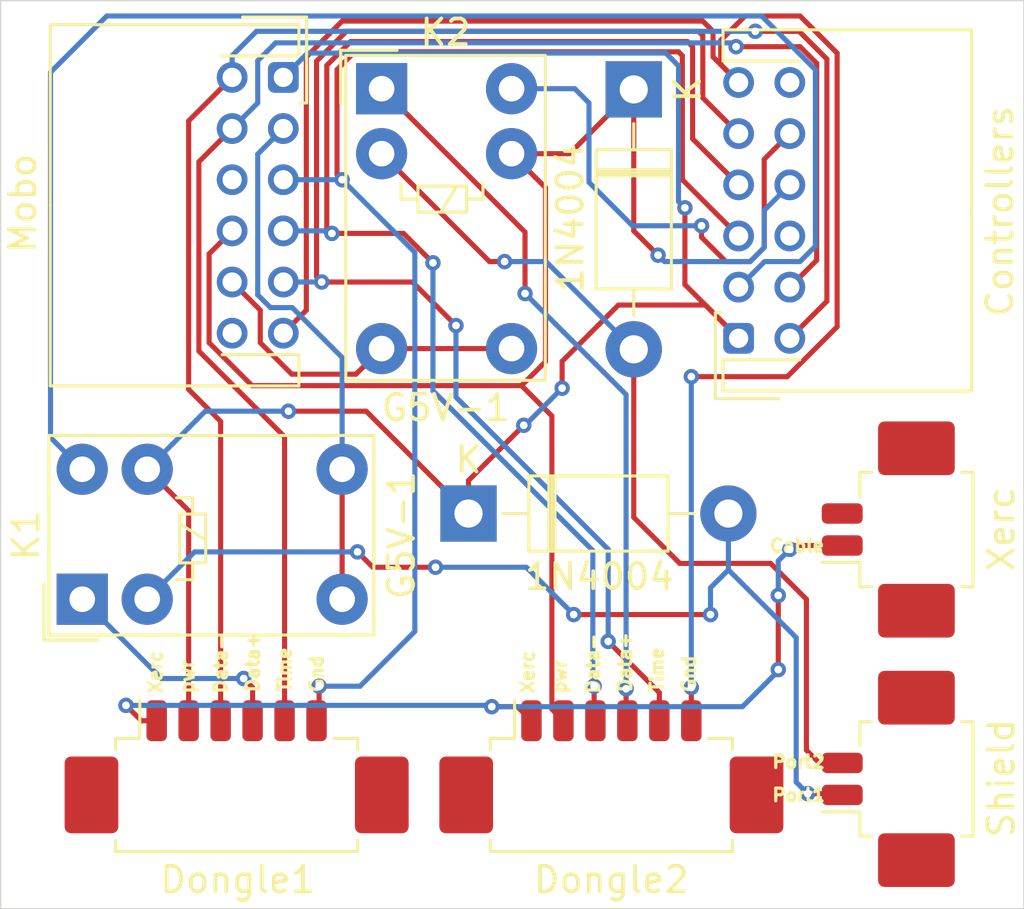
<source format=kicad_pcb>
(kicad_pcb (version 20240108) (generator "pcbnew") (generator_version "8.0")
  (layers (0 "F.Cu" signal) (31 "B.Cu" signal) (34 "B.Paste" user) (35 "F.Paste" user) (36 "B.SilkS" user "B.Silkscreen") (37 "F.SilkS" user "F.Silkscreen") (38 "B.Mask" user) (39 "F.Mask" user) (44 "Edge.Cuts" user))
  (net 0 "")
  (net 1 "Net-(D1-A)")
  (net 2 "Net-(D2-A)")
  (net 3 "Net-(D1-K)")
  (net 4 "Net-(D2-K)")
  (net 5 "Net-(J1-Pin_5)")
  (net 6 "Net-(J1-Pin_4)")
  (net 8 "Net-(J1-Pin_9)")
  (net 10 "Net-(J1-Pin_10)")
  (net 11 "Net-(J1-Pin_7)")
  (net 12 "Net-(J1-Pin_11)")
  (net 13 "Net-(J1-Pin_3)")
  (net 14 "Net-(J1-Pin_2)")
  (net 15 "Net-(J2-Pin_3)")
  (net 16 "Net-(J2-Pin_10)")
  (net 19 "Net-(J3-Pin_1)")
  (net 20 "Net-(J3-Pin_4)")
  (net 21 "Net-(J4-Pin_4)")
  (footprint "Relay_THT:Relay_SPDT_Omron_G5V-1" (layer "F.Cu") (at 133.89 106.9 90)
    (property "Reference" "K1" (at 2.5 -2.2 90) (layer "F.SilkS"))
    (property "Value" "G5V-1")
    (fp_line (start -1.6 -1.5) (end 0.6 -1.5) (stroke (width 0.12)) (layer "F.SilkS"))
    (fp_line (start 6.4 -1.3) (end 6.4 11.4) (stroke (width 0.12)) (layer "F.SilkS"))
    (fp_line (start -1.4 -1.3) (end 6.4 -1.3) (stroke (width 0.12)) (layer "F.SilkS"))
    (fp_line (start -1.6 0.6) (end -1.6 -1.5) (stroke (width 0.12)) (layer "F.SilkS"))
    (fp_line (start 3.962 3.683) (end 3.962 4.318) (stroke (width 0.12)) (layer "F.SilkS"))
    (fp_line (start 0.762 3.683) (end 0.762 4.318) (stroke (width 0.12)) (layer "F.SilkS"))
    (fp_line (start 3.327 3.81) (end 1.422 3.81) (stroke (width 0.12)) (layer "F.SilkS"))
    (fp_line (start 3.327 3.81) (end 3.327 4.826) (stroke (width 0.12)) (layer "F.SilkS"))
    (fp_line (start 2.946 3.81) (end 2.311 4.826) (stroke (width 0.12)) (layer "F.SilkS"))
    (fp_line (start 1.422 3.81) (end 1.422 4.826) (stroke (width 0.12)) (layer "F.SilkS"))
    (fp_line (start 3.962 4.318) (end 3.327 4.318) (stroke (width 0.12)) (layer "F.SilkS"))
    (fp_line (start 0.762 4.318) (end 1.422 4.318) (stroke (width 0.12)) (layer "F.SilkS"))
    (fp_line (start 1.422 4.826) (end 3.327 4.826) (stroke (width 0.12)) (layer "F.SilkS"))
    (fp_line (start 6.4 11.4) (end -1.4 11.4) (stroke (width 0.12)) (layer "F.SilkS"))
    (fp_line (start -1.4 11.4) (end -1.4 -1.3) (stroke (width 0.12)) (layer "F.SilkS"))
    (pad "1" thru_hole rect (at 0 0 90) (size 2 2) (drill 1) (layers "*.Cu" "*.Mask") (net 20 "Net-(J3-Pin_4)"))
    (pad "2" thru_hole circle (at 0 2.54 90) (size 2 2) (drill 1) (layers "*.Cu" "*.Mask") (net 1 "Net-(D1-A)"))
    (pad "5" thru_hole circle (at 0 10.16 90) (size 2 2) (drill 1) (layers "*.Cu" "*.Mask") (net 13 "Net-(J1-Pin_3)"))
    (pad "6" thru_hole circle (at 5.08 10.16 90) (size 2 2) (drill 1) (layers "*.Cu" "*.Mask") (net 13 "Net-(J1-Pin_3)"))
    (pad "9" thru_hole circle (at 5.08 2.54 90) (size 2 2) (drill 1) (layers "*.Cu" "*.Mask") (net 3 "Net-(D1-K)"))
    (pad "10" thru_hole circle (at 5.08 0 90) (size 2 2) (drill 1) (layers "*.Cu" "*.Mask") (net 15 "Net-(J2-Pin_3)"))
  )
  (footprint "Diode_THT:D_DO-41_SOD81_P10.16mm_Horizontal" (layer "F.Cu") (at 148.99 103.55)
    (property "Reference" "D1" (hide yes))
    (property "Value" "1N4004")
    (fp_line (start 1.34 0) (end 2.36 0) (stroke (width 0.12)) (layer "F.SilkS"))
    (fp_line (start 2.36 -1.47) (end 2.36 1.47) (stroke (width 0.12)) (layer "F.SilkS"))
    (fp_line (start 2.36 1.47) (end 7.8 1.47) (stroke (width 0.12)) (layer "F.SilkS"))
    (fp_line (start 3.14 -1.47) (end 3.14 1.47) (stroke (width 0.12)) (layer "F.SilkS"))
    (fp_line (start 3.26 -1.47) (end 3.26 1.47) (stroke (width 0.12)) (layer "F.SilkS"))
    (fp_line (start 3.38 -1.47) (end 3.38 1.47) (stroke (width 0.12)) (layer "F.SilkS"))
    (fp_line (start 7.8 -1.47) (end 2.36 -1.47) (stroke (width 0.12)) (layer "F.SilkS"))
    (fp_line (start 7.8 1.47) (end 7.8 -1.47) (stroke (width 0.12)) (layer "F.SilkS"))
    (fp_line (start 8.82 0) (end 7.8 0) (stroke (width 0.12)) (layer "F.SilkS"))
    (fp_text user "K" (at 0 -2.1 0) (layer "F.SilkS"))
    (pad "1" thru_hole rect (at 0 0) (size 2.2 2.2) (drill 1.1) (layers "*.Cu" "*.Mask") (net 3 "Net-(D1-K)"))
    (pad "2" thru_hole oval (at 10.16 0) (size 2.2 2.2) (drill 1.1) (layers "*.Cu" "*.Mask") (net 1 "Net-(D1-A)"))
  )
  (footprint "Connector_Molex:Molex_PicoBlade_53261-0671_1x06-1MP_P1.25mm_Horizontal" (layer "F.Cu") (at 139.925 114.05)
    (property "Reference" "J3" (hide yes))
    (property "Value" "Dongle1")
    (fp_line (start -4.735 -1.71) (end -3.785 -1.71) (stroke (width 0.12)) (layer "F.SilkS"))
    (fp_line (start -4.735 -1.26) (end -4.735 -1.71) (stroke (width 0.12)) (layer "F.SilkS"))
    (fp_line (start -4.735 2.26) (end -4.735 2.71) (stroke (width 0.12)) (layer "F.SilkS"))
    (fp_line (start -4.735 2.71) (end 4.735 2.71) (stroke (width 0.12)) (layer "F.SilkS"))
    (fp_line (start -3.785 -1.71) (end -3.785 -3.2) (stroke (width 0.12)) (layer "F.SilkS"))
    (fp_line (start 4.735 -1.71) (end 3.785 -1.71) (stroke (width 0.12)) (layer "F.SilkS"))
    (fp_line (start 4.735 -1.26) (end 4.735 -1.71) (stroke (width 0.12)) (layer "F.SilkS"))
    (fp_line (start 4.735 2.71) (end 4.735 2.26) (stroke (width 0.12)) (layer "F.SilkS"))
    (pad "1" smd roundrect (at -3.125 -2.4) (size 0.8 1.6) (layers "F.Cu" "F.Paste" "F.Mask") (net 19 "Net-(J3-Pin_1)"))
    (pad "2" smd roundrect (at -1.875 -2.4) (size 0.8 1.6) (layers "F.Cu" "F.Paste" "F.Mask") (net 3 "Net-(D1-K)"))
    (pad "3" smd roundrect (at -0.625 -2.4) (size 0.8 1.6) (layers "F.Cu" "F.Paste" "F.Mask") (net 14 "Net-(J1-Pin_2)"))
    (pad "4" smd roundrect (at 0.625 -2.4) (size 0.8 1.6) (layers "F.Cu" "F.Paste" "F.Mask") (net 20 "Net-(J3-Pin_4)"))
    (pad "5" smd roundrect (at 1.875 -2.4) (size 0.8 1.6) (layers "F.Cu" "F.Paste" "F.Mask") (net 6 "Net-(J1-Pin_4)"))
    (pad "6" smd roundrect (at 3.125 -2.4) (size 0.8 1.6) (layers "F.Cu" "F.Paste" "F.Mask") (net 5 "Net-(J1-Pin_5)"))
    (pad "MP" smd roundrect (at -5.675 0.5) (size 2.1 3) (layers "F.Cu" "F.Paste" "F.Mask") (roundrect_rratio 0.119048))
    (pad "MP" smd roundrect (at 5.675 0.5) (size 2.1 3) (layers "F.Cu" "F.Paste" "F.Mask") (roundrect_rratio 0.119048))
  )
  (footprint "Relay_THT:Relay_SPDT_Omron_G5V-1" (layer "F.Cu") (at 145.5925 86.9425)
    (property "Reference" "K2" (at 2.5 -2.2 0) (layer "F.SilkS"))
    (property "Value" "G5V-1")
    (fp_line (start -1.6 -1.5) (end 0.6 -1.5) (stroke (width 0.12)) (layer "F.SilkS"))
    (fp_line (start -1.6 0.6) (end -1.6 -1.5) (stroke (width 0.12)) (layer "F.SilkS"))
    (fp_line (start -1.4 -1.3) (end 6.4 -1.3) (stroke (width 0.12)) (layer "F.SilkS"))
    (fp_line (start -1.4 11.4) (end -1.4 -1.3) (stroke (width 0.12)) (layer "F.SilkS"))
    (fp_line (start 0.762 3.683) (end 0.762 4.318) (stroke (width 0.12)) (layer "F.SilkS"))
    (fp_line (start 0.762 4.318) (end 1.422 4.318) (stroke (width 0.12)) (layer "F.SilkS"))
    (fp_line (start 1.422 3.81) (end 1.422 4.826) (stroke (width 0.12)) (layer "F.SilkS"))
    (fp_line (start 1.422 4.826) (end 3.327 4.826) (stroke (width 0.12)) (layer "F.SilkS"))
    (fp_line (start 2.946 3.81) (end 2.311 4.826) (stroke (width 0.12)) (layer "F.SilkS"))
    (fp_line (start 3.327 3.81) (end 1.422 3.81) (stroke (width 0.12)) (layer "F.SilkS"))
    (fp_line (start 3.327 3.81) (end 3.327 4.826) (stroke (width 0.12)) (layer "F.SilkS"))
    (fp_line (start 3.962 3.683) (end 3.962 4.318) (stroke (width 0.12)) (layer "F.SilkS"))
    (fp_line (start 3.962 4.318) (end 3.327 4.318) (stroke (width 0.12)) (layer "F.SilkS"))
    (fp_line (start 6.4 -1.3) (end 6.4 11.4) (stroke (width 0.12)) (layer "F.SilkS"))
    (fp_line (start 6.4 11.4) (end -1.4 11.4) (stroke (width 0.12)) (layer "F.SilkS"))
    (pad "1" thru_hole rect (at 0 0) (size 2 2) (drill 1) (layers "*.Cu" "*.Mask") (net 21 "Net-(J4-Pin_4)"))
    (pad "2" thru_hole circle (at 0 2.54) (size 2 2) (drill 1) (layers "*.Cu" "*.Mask") (net 2 "Net-(D2-A)"))
    (pad "5" thru_hole circle (at 0 10.16) (size 2 2) (drill 1) (layers "*.Cu" "*.Mask") (net 10 "Net-(J1-Pin_10)"))
    (pad "6" thru_hole circle (at 5.08 10.16) (size 2 2) (drill 1) (layers "*.Cu" "*.Mask") (net 10 "Net-(J1-Pin_10)"))
    (pad "9" thru_hole circle (at 5.08 2.54) (size 2 2) (drill 1) (layers "*.Cu" "*.Mask") (net 4 "Net-(D2-K)"))
    (pad "10" thru_hole circle (at 5.08 0) (size 2 2) (drill 1) (layers "*.Cu" "*.Mask") (net 16 "Net-(J2-Pin_10)"))
  )
  (footprint "Diode_THT:D_DO-41_SOD81_P10.16mm_Horizontal" (layer "F.Cu") (at 155.45 86.97 -90)
    (property "Reference" "D2" (hide yes))
    (property "Value" "1N4004")
    (fp_line (start 2.36 1.47) (end 7.8 1.47) (stroke (width 0.12)) (layer "F.SilkS"))
    (fp_line (start 7.8 1.47) (end 7.8 -1.47) (stroke (width 0.12)) (layer "F.SilkS"))
    (fp_line (start 1.34 0) (end 2.36 0) (stroke (width 0.12)) (layer "F.SilkS"))
    (fp_line (start 8.82 0) (end 7.8 0) (stroke (width 0.12)) (layer "F.SilkS"))
    (fp_line (start 2.36 -1.47) (end 2.36 1.47) (stroke (width 0.12)) (layer "F.SilkS"))
    (fp_line (start 3.14 -1.47) (end 3.14 1.47) (stroke (width 0.12)) (layer "F.SilkS"))
    (fp_line (start 3.26 -1.47) (end 3.26 1.47) (stroke (width 0.12)) (layer "F.SilkS"))
    (fp_line (start 3.38 -1.47) (end 3.38 1.47) (stroke (width 0.12)) (layer "F.SilkS"))
    (fp_line (start 7.8 -1.47) (end 2.36 -1.47) (stroke (width 0.12)) (layer "F.SilkS"))
    (fp_text user "K" (at 0 -2.1 90) (layer "F.SilkS"))
    (pad "1" thru_hole rect (at 0 0 270) (size 2.2 2.2) (drill 1.1) (layers "*.Cu" "*.Mask") (net 4 "Net-(D2-K)"))
    (pad "2" thru_hole oval (at 10.16 0 270) (size 2.2 2.2) (drill 1.1) (layers "*.Cu" "*.Mask") (net 2 "Net-(D2-A)"))
  )
  (footprint "Connector_Molex:Molex_PicoBlade_53261-0271_1x02-1MP_P1.25mm_Horizontal" (layer "F.Cu") (at 166 104.175 90)
    (property "Reference" "J6" (hide yes))
    (property "Value" "Xerc")
    (fp_line (start 2.235 -1.71) (end 1.285 -1.71) (stroke (width 0.12)) (layer "F.SilkS"))
    (fp_line (start -1.285 -1.71) (end -1.285 -3.2) (stroke (width 0.12)) (layer "F.SilkS"))
    (fp_line (start -2.235 -1.71) (end -1.285 -1.71) (stroke (width 0.12)) (layer "F.SilkS"))
    (fp_line (start 2.235 -1.26) (end 2.235 -1.71) (stroke (width 0.12)) (layer "F.SilkS"))
    (fp_line (start -2.235 -1.26) (end -2.235 -1.71) (stroke (width 0.12)) (layer "F.SilkS"))
    (fp_line (start -2.235 2.26) (end -2.235 2.71) (stroke (width 0.12)) (layer "F.SilkS"))
    (fp_line (start 2.235 2.71) (end 2.235 2.26) (stroke (width 0.12)) (layer "F.SilkS"))
    (fp_line (start -2.235 2.71) (end 2.235 2.71) (stroke (width 0.12)) (layer "F.SilkS"))
    (pad "1" smd roundrect (at -0.625 -2.4 90) (size 0.8 1.6) (layers "F.Cu" "F.Paste" "F.Mask") (net 19 "Net-(J3-Pin_1)"))
    (pad "2" smd roundrect (at 0.625 -2.4 90) (size 0.8 1.6) (layers "F.Cu" "F.Paste" "F.Mask"))
    (pad "MP" smd roundrect (at -3.175 0.5 90) (size 2.1 3) (layers "F.Cu" "F.Paste" "F.Mask") (roundrect_rratio 0.119048))
    (pad "MP" smd roundrect (at 3.175 0.5 90) (size 2.1 3) (layers "F.Cu" "F.Paste" "F.Mask") (roundrect_rratio 0.119048))
  )
  (footprint "Connector_JST:JST_PHD_S12B-PHDSS_2x06_P2.00mm_Horizontal" (layer "F.Cu") (at 159.55 96.7 90)
    (property "Reference" "J2" (hide yes))
    (property "Value" "Controllers")
    (fp_line (start 1 -0.91) (end -2.36 -0.91) (stroke (width 0.12)) (layer "F.SilkS"))
    (fp_line (start -2.36 -0.91) (end -2.36 1.59) (stroke (width 0.12)) (layer "F.SilkS"))
    (fp_line (start 1 -0.66) (end 1 -0.91) (stroke (width 0.12)) (layer "F.SilkS"))
    (fp_line (start 12.06 -0.61) (end 12.06 9.11) (stroke (width 0.12)) (layer "F.SilkS"))
    (fp_line (start 10.84 -0.61) (end 12.06 -0.61) (stroke (width 0.12)) (layer "F.SilkS"))
    (fp_line (start -0.84 -0.61) (end -2.06 -0.61) (stroke (width 0.12)) (layer "F.SilkS"))
    (fp_line (start -2.06 -0.61) (end -2.06 9.11) (stroke (width 0.12)) (layer "F.SilkS"))
    (fp_line (start 10.84 2.39) (end 10.84 -0.61) (stroke (width 0.12)) (layer "F.SilkS"))
    (fp_line (start -0.84 2.39) (end -0.84 -0.61) (stroke (width 0.12)) (layer "F.SilkS"))
    (fp_line (start 12.06 9.11) (end 5 9.11) (stroke (width 0.12)) (layer "F.SilkS"))
    (fp_line (start -2.06 9.11) (end 5 9.11) (stroke (width 0.12)) (layer "F.SilkS"))
    (pad "1" thru_hole roundrect (at 0 0 90) (size 1.2 1.2) (drill 0.75) (layers "*.Cu" "*.Mask") (roundrect_rratio 0.208333) (net 3 "Net-(D1-K)"))
    (pad "2" thru_hole circle (at 0 2 90) (size 1.2 1.2) (drill 0.75) (layers "*.Cu" "*.Mask") (net 14 "Net-(J1-Pin_2)"))
    (pad "3" thru_hole circle (at 2 0 90) (size 1.2 1.2) (drill 0.75) (layers "*.Cu" "*.Mask") (net 15 "Net-(J2-Pin_3)"))
    (pad "4" thru_hole circle (at 2 2 90) (size 1.2 1.2) (drill 0.75) (layers "*.Cu" "*.Mask") (net 6 "Net-(J1-Pin_4)"))
    (pad "5" thru_hole circle (at 4 0 90) (size 1.2 1.2) (drill 0.75) (layers "*.Cu" "*.Mask") (net 5 "Net-(J1-Pin_5)"))
    (pad "6" thru_hole circle (at 4 2 90) (size 1.2 1.2) (drill 0.75) (layers "*.Cu" "*.Mask"))
    (pad "7" thru_hole circle (at 6 0 90) (size 1.2 1.2) (drill 0.75) (layers "*.Cu" "*.Mask") (net 11 "Net-(J1-Pin_7)"))
    (pad "8" thru_hole circle (at 6 2 90) (size 1.2 1.2) (drill 0.75) (layers "*.Cu" "*.Mask") (net 4 "Net-(D2-K)"))
    (pad "9" thru_hole circle (at 8 0 90) (size 1.2 1.2) (drill 0.75) (layers "*.Cu" "*.Mask") (net 8 "Net-(J1-Pin_9)"))
    (pad "10" thru_hole circle (at 8 2 90) (size 1.2 1.2) (drill 0.75) (layers "*.Cu" "*.Mask") (net 16 "Net-(J2-Pin_10)"))
    (pad "11" thru_hole circle (at 10 0 90) (size 1.2 1.2) (drill 0.75) (layers "*.Cu" "*.Mask") (net 12 "Net-(J1-Pin_11)"))
    (pad "12" thru_hole circle (at 10 2 90) (size 1.2 1.2) (drill 0.75) (layers "*.Cu" "*.Mask"))
  )
  (footprint "Connector_Molex:Molex_PicoBlade_53261-0271_1x02-1MP_P1.25mm_Horizontal" (layer "F.Cu") (at 166 113.925 90)
    (property "Reference" "J5" (hide yes))
    (property "Value" "Shield")
    (fp_line (start 2.235 -1.71) (end 1.285 -1.71) (stroke (width 0.12)) (layer "F.SilkS"))
    (fp_line (start -1.285 -1.71) (end -1.285 -3.2) (stroke (width 0.12)) (layer "F.SilkS"))
    (fp_line (start -2.235 -1.71) (end -1.285 -1.71) (stroke (width 0.12)) (layer "F.SilkS"))
    (fp_line (start 2.235 -1.26) (end 2.235 -1.71) (stroke (width 0.12)) (layer "F.SilkS"))
    (fp_line (start -2.235 -1.26) (end -2.235 -1.71) (stroke (width 0.12)) (layer "F.SilkS"))
    (fp_line (start -2.235 2.26) (end -2.235 2.71) (stroke (width 0.12)) (layer "F.SilkS"))
    (fp_line (start 2.235 2.71) (end 2.235 2.26) (stroke (width 0.12)) (layer "F.SilkS"))
    (fp_line (start -2.235 2.71) (end 2.235 2.71) (stroke (width 0.12)) (layer "F.SilkS"))
    (pad "1" smd roundrect (at -0.625 -2.4 90) (size 0.8 1.6) (layers "F.Cu" "F.Paste" "F.Mask") (net 1 "Net-(D1-A)"))
    (pad "2" smd roundrect (at 0.625 -2.4 90) (size 0.8 1.6) (layers "F.Cu" "F.Paste" "F.Mask") (net 2 "Net-(D2-A)"))
    (pad "MP" smd roundrect (at -3.175 0.5 90) (size 2.1 3) (layers "F.Cu" "F.Paste" "F.Mask") (roundrect_rratio 0.119048))
    (pad "MP" smd roundrect (at 3.175 0.5 90) (size 2.1 3) (layers "F.Cu" "F.Paste" "F.Mask") (roundrect_rratio 0.119048))
  )
  (footprint "Connector_Molex:Molex_PicoBlade_53261-0671_1x06-1MP_P1.25mm_Horizontal" (layer "F.Cu") (at 154.575 114.05)
    (property "Reference" "J4" (hide yes))
    (property "Value" "Dongle2")
    (fp_line (start -4.735 -1.71) (end -3.785 -1.71) (stroke (width 0.12)) (layer "F.SilkS"))
    (fp_line (start -4.735 -1.26) (end -4.735 -1.71) (stroke (width 0.12)) (layer "F.SilkS"))
    (fp_line (start -4.735 2.26) (end -4.735 2.71) (stroke (width 0.12)) (layer "F.SilkS"))
    (fp_line (start -4.735 2.71) (end 4.735 2.71) (stroke (width 0.12)) (layer "F.SilkS"))
    (fp_line (start -3.785 -1.71) (end -3.785 -3.2) (stroke (width 0.12)) (layer "F.SilkS"))
    (fp_line (start 4.735 -1.71) (end 3.785 -1.71) (stroke (width 0.12)) (layer "F.SilkS"))
    (fp_line (start 4.735 -1.26) (end 4.735 -1.71) (stroke (width 0.12)) (layer "F.SilkS"))
    (fp_line (start 4.735 2.71) (end 4.735 2.26) (stroke (width 0.12)) (layer "F.SilkS"))
    (pad "1" smd roundrect (at -3.125 -2.4) (size 0.8 1.6) (layers "F.Cu" "F.Paste" "F.Mask") (net 19 "Net-(J3-Pin_1)"))
    (pad "2" smd roundrect (at -1.875 -2.4) (size 0.8 1.6) (layers "F.Cu" "F.Paste" "F.Mask") (net 4 "Net-(D2-K)"))
    (pad "3" smd roundrect (at -0.625 -2.4) (size 0.8 1.6) (layers "F.Cu" "F.Paste" "F.Mask") (net 11 "Net-(J1-Pin_7)"))
    (pad "4" smd roundrect (at 0.625 -2.4) (size 0.8 1.6) (layers "F.Cu" "F.Paste" "F.Mask") (net 21 "Net-(J4-Pin_4)"))
    (pad "5" smd roundrect (at 1.875 -2.4) (size 0.8 1.6) (layers "F.Cu" "F.Paste" "F.Mask") (net 8 "Net-(J1-Pin_9)"))
    (pad "6" smd roundrect (at 3.125 -2.4) (size 0.8 1.6) (layers "F.Cu" "F.Paste" "F.Mask") (net 12 "Net-(J1-Pin_11)"))
    (pad "MP" smd roundrect (at -5.675 0.5) (size 2.1 3) (layers "F.Cu" "F.Paste" "F.Mask") (roundrect_rratio 0.119048))
    (pad "MP" smd roundrect (at 5.675 0.5) (size 2.1 3) (layers "F.Cu" "F.Paste" "F.Mask") (roundrect_rratio 0.119048))
  )
  (footprint "Connector_JST:JST_PHD_S12B-PHDSS_2x06_P2.00mm_Horizontal" (layer "F.Cu") (at 141.75 86.5 -90)
    (property "Reference" "J1" (hide yes))
    (property "Value" "Mobo")
    (fp_line (start -2.06 9.11) (end 5 9.11) (stroke (width 0.12)) (layer "F.SilkS"))
    (fp_line (start 12.06 9.11) (end 5 9.11) (stroke (width 0.12)) (layer "F.SilkS"))
    (fp_line (start -0.84 2.39) (end -0.84 -0.61) (stroke (width 0.12)) (layer "F.SilkS"))
    (fp_line (start 10.84 2.39) (end 10.84 -0.61) (stroke (width 0.12)) (layer "F.SilkS"))
    (fp_line (start -2.06 -0.61) (end -2.06 9.11) (stroke (width 0.12)) (layer "F.SilkS"))
    (fp_line (start -0.84 -0.61) (end -2.06 -0.61) (stroke (width 0.12)) (layer "F.SilkS"))
    (fp_line (start 10.84 -0.61) (end 12.06 -0.61) (stroke (width 0.12)) (layer "F.SilkS"))
    (fp_line (start 12.06 -0.61) (end 12.06 9.11) (stroke (width 0.12)) (layer "F.SilkS"))
    (fp_line (start 1 -0.66) (end 1 -0.91) (stroke (width 0.12)) (layer "F.SilkS"))
    (fp_line (start -2.36 -0.91) (end -2.36 1.59) (stroke (width 0.12)) (layer "F.SilkS"))
    (fp_line (start 1 -0.91) (end -2.36 -0.91) (stroke (width 0.12)) (layer "F.SilkS"))
    (pad "1" thru_hole roundrect (at 0 0 270) (size 1.2 1.2) (drill 0.75) (layers "*.Cu" "*.Mask") (roundrect_rratio 0.208333) (net 3 "Net-(D1-K)"))
    (pad "2" thru_hole circle (at 0 2 270) (size 1.2 1.2) (drill 0.75) (layers "*.Cu" "*.Mask") (net 14 "Net-(J1-Pin_2)"))
    (pad "3" thru_hole circle (at 2 0 270) (size 1.2 1.2) (drill 0.75) (layers "*.Cu" "*.Mask") (net 13 "Net-(J1-Pin_3)"))
    (pad "4" thru_hole circle (at 2 2 270) (size 1.2 1.2) (drill 0.75) (layers "*.Cu" "*.Mask") (net 6 "Net-(J1-Pin_4)"))
    (pad "5" thru_hole circle (at 4 0 270) (size 1.2 1.2) (drill 0.75) (layers "*.Cu" "*.Mask") (net 5 "Net-(J1-Pin_5)"))
    (pad "6" thru_hole circle (at 4 2 270) (size 1.2 1.2) (drill 0.75) (layers "*.Cu" "*.Mask"))
    (pad "7" thru_hole circle (at 6 0 270) (size 1.2 1.2) (drill 0.75) (layers "*.Cu" "*.Mask") (net 11 "Net-(J1-Pin_7)"))
    (pad "8" thru_hole circle (at 6 2 270) (size 1.2 1.2) (drill 0.75) (layers "*.Cu" "*.Mask") (net 4 "Net-(D2-K)"))
    (pad "9" thru_hole circle (at 8 0 270) (size 1.2 1.2) (drill 0.75) (layers "*.Cu" "*.Mask") (net 8 "Net-(J1-Pin_9)"))
    (pad "10" thru_hole circle (at 8 2 270) (size 1.2 1.2) (drill 0.75) (layers "*.Cu" "*.Mask") (net 10 "Net-(J1-Pin_10)"))
    (pad "11" thru_hole circle (at 10 0 270) (size 1.2 1.2) (drill 0.75) (layers "*.Cu" "*.Mask") (net 12 "Net-(J1-Pin_11)"))
    (pad "12" thru_hole circle (at 10 2 270) (size 1.2 1.2) (drill 0.75) (layers "*.Cu" "*.Mask"))
  )
  (gr_rect (start 130.7 83.5) (end 170.7 119) (stroke (width 0.05)) (fill none) (layer "Edge.Cuts"))
  (gr_text "1N4004" (at 153.55 95 90) (layer "F.SilkS") (effects (font (size 1 1)) (justify left bottom)))
  (gr_text "Controllers" (at 170.35 95.95 90) (layer "F.SilkS") (effects (font (size 1 1)) (justify left bottom)))
  (gr_text "Mobo" (at 132.15 93.45 90) (layer "F.SilkS") (effects (font (size 1 1)) (justify left bottom)))
  (gr_text "Data+" (at 155.4 110.6 90) (layer "F.SilkS") (effects (font (size 0.5 0.5) (thickness 0.125)) (justify left bottom)))
  (gr_text "Port1" (at 160.8 114.85 0) (layer "F.SilkS") (effects (font (size 0.5 0.5) (thickness 0.125)) (justify left bottom)))
  (gr_text "Cable" (at 160.7 105.1 0) (layer "F.SilkS") (effects (font (size 0.5 0.5) (thickness 0.125)) (justify left bottom)))
  (gr_text "Data+" (at 140.85 110.6 90) (layer "F.SilkS") (effects (font (size 0.5 0.5) (thickness 0.125)) (justify left bottom)))
  (gr_text "Xerc" (at 137.05 110.65 90) (layer "F.SilkS") (effects (font (size 0.5 0.5) (thickness 0.125)) (justify left bottom)))
  (gr_text "Gnd" (at 143.35 110.6 90) (layer "F.SilkS") (effects (font (size 0.5 0.5) (thickness 0.125)) (justify left bottom)))
  (gr_text "Time" (at 142.1 110.6 90) (layer "F.SilkS") (effects (font (size 0.5 0.5) (thickness 0.125)) (justify left bottom)))
  (gr_text "Dongle2" (at 151.45 118.45 0) (layer "F.SilkS") (effects (font (size 1 1)) (justify left bottom)))
  (gr_text "G5V-1" (at 145.5 100 0) (layer "F.SilkS") (effects (font (size 1 1)) (justify left bottom)))
  (gr_text "G5V-1" (at 146.95 107 90) (layer "F.SilkS") (effects (font (size 1 1)) (justify left bottom)))
  (gr_text "Time" (at 156.65 110.6 90) (layer "F.SilkS") (effects (font (size 0.5 0.5) (thickness 0.125)) (justify left bottom)))
  (gr_text "Data-" (at 139.6 110.65 90) (layer "F.SilkS") (effects (font (size 0.5 0.5) (thickness 0.125)) (justify left bottom)))
  (gr_text "Data-" (at 154.15 110.65 90) (layer "F.SilkS") (effects (font (size 0.5 0.5) (thickness 0.125)) (justify left bottom)))
  (gr_text "Dongle1" (at 136.85 118.45 0) (layer "F.SilkS") (effects (font (size 1 1)) (justify left bottom)))
  (gr_text "Xerc" (at 151.6 110.65 90) (layer "F.SilkS") (effects (font (size 0.5 0.5) (thickness 0.125)) (justify left bottom)))
  (gr_text "pwr" (at 152.85 110.65 90) (layer "F.SilkS") (effects (font (size 0.5 0.5) (thickness 0.125)) (justify left bottom)))
  (gr_text "pwr" (at 138.3 110.65 90) (layer "F.SilkS") (effects (font (size 0.5 0.5) (thickness 0.125)) (justify left bottom)))
  (gr_text "Port2" (at 160.8 113.55 0) (layer "F.SilkS") (effects (font (size 0.5 0.5) (thickness 0.125)) (justify left bottom)))
  (gr_text "Xerc" (at 170.4 105.9 90) (layer "F.SilkS") (effects (font (size 1 1)) (justify left bottom)))
  (gr_text "1N4004" (at 151.1 106.6 0) (layer "F.SilkS") (effects (font (size 1 1)) (justify left bottom)))
  (gr_text "Shield" (at 170.4 116.3 90) (layer "F.SilkS") (effects (font (size 1 1)) (justify left bottom)))
  (gr_text "Gnd" (at 157.9 110.6 90) (layer "F.SilkS") (effects (font (size 0.5 0.5) (thickness 0.125)) (justify left bottom)))
  (segment (start 145.25 105.65) (end 144.65 105.05) (width 0.2) (layer "F.Cu") (net 1))
  (segment (start 163.55 114.5) (end 163.6 114.55) (width 0.2) (layer "F.Cu") (net 1))
  (segment (start 158.45 107.5) (end 153.1 107.5) (width 0.2) (layer "F.Cu") (net 1))
  (segment (start 147.7 105.65) (end 145.25 105.65) (width 0.2) (layer "F.Cu") (net 1))
  (segment (start 162.25 114.5) (end 163.55 114.5) (width 0.2) (layer "F.Cu") (net 1))
  (via (at 153.1 107.5) (size 0.6) (drill 0.3) (layers "F.Cu" "B.Cu") (net 1))
  (via (at 162.25 114.5) (size 0.6) (drill 0.3) (layers "F.Cu" "B.Cu") (net 1))
  (via (at 144.65 105.05) (size 0.6) (drill 0.3) (layers "F.Cu" "B.Cu") (net 1))
  (via (at 147.7 105.65) (size 0.6) (drill 0.3) (layers "F.Cu" "B.Cu") (net 1))
  (via (at 158.45 107.5) (size 0.6) (drill 0.3) (layers "F.Cu" "B.Cu") (net 1))
  (segment (start 144.65 105.05) (end 138.28 105.05) (width 0.2) (layer "B.Cu") (net 1))
  (segment (start 153.1 107.5) (end 151.25 105.65) (width 0.2) (layer "B.Cu") (net 1))
  (segment (start 159.15 103.55) (end 159.15 105.75) (width 0.2) (layer "B.Cu") (net 1))
  (segment (start 151.25 105.65) (end 147.7 105.65) (width 0.2) (layer "B.Cu") (net 1))
  (segment (start 158.45 106.45) (end 158.45 107.5) (width 0.2) (layer "B.Cu") (net 1))
  (segment (start 161.8 114.05) (end 162.25 114.5) (width 0.2) (layer "B.Cu") (net 1))
  (segment (start 159.15 105.75) (end 161.8 108.4) (width 0.2) (layer "B.Cu") (net 1))
  (segment (start 159.15 105.75) (end 158.45 106.45) (width 0.2) (layer "B.Cu") (net 1))
  (segment (start 138.28 105.05) (end 136.43 106.9) (width 0.2) (layer "B.Cu") (net 1))
  (segment (start 161.8 108.4) (end 161.8 114.05) (width 0.2) (layer "B.Cu") (net 1))
  (segment (start 155.45 97.13) (end 155.45 103.7) (width 0.2) (layer "F.Cu") (net 2))
  (segment (start 162.2 106.9) (end 162.2 112.8) (width 0.2) (layer "F.Cu") (net 2))
  (segment (start 162.7 113.3) (end 163.6 113.3) (width 0.2) (layer "F.Cu") (net 2))
  (segment (start 157.25 105.5) (end 160.8 105.5) (width 0.2) (layer "F.Cu") (net 2))
  (segment (start 145.5925 89.4825) (end 149.81 93.7) (width 0.2) (layer "F.Cu") (net 2))
  (segment (start 160.8 105.5) (end 162.2 106.9) (width 0.2) (layer "F.Cu") (net 2))
  (segment (start 162.2 112.8) (end 162.7 113.3) (width 0.2) (layer "F.Cu") (net 2))
  (segment (start 149.81 93.7) (end 150.4 93.7) (width 0.2) (layer "F.Cu") (net 2))
  (segment (start 155.45 103.7) (end 157.25 105.5) (width 0.2) (layer "F.Cu") (net 2))
  (via (at 150.4 93.7) (size 0.6) (drill 0.3) (layers "F.Cu" "B.Cu") (net 2))
  (segment (start 150.4 93.7) (end 152.02 93.7) (width 0.2) (layer "B.Cu") (net 2))
  (segment (start 152.02 93.7) (end 155.45 97.13) (width 0.2) (layer "B.Cu") (net 2))
  (segment (start 136.43 101.82) (end 138.05 103.44) (width 0.2) (layer "F.Cu") (net 3))
  (segment (start 154.85 95.4) (end 152.65 97.6) (width 0.2) (layer "F.Cu") (net 3))
  (segment (start 144.99 99.55) (end 141.95 99.55) (width 0.2) (layer "F.Cu") (net 3))
  (segment (start 151.15 100.1) (end 148.99 102.26) (width 0.2) (layer "F.Cu") (net 3))
  (segment (start 148.99 102.26) (end 148.99 103.55) (width 0.2) (layer "F.Cu") (net 3))
  (segment (start 159.55 96.7) (end 157.45 94.6) (width 0.2) (layer "F.Cu") (net 3))
  (segment (start 157.45 94.6) (end 157.45 91.6) (width 0.2) (layer "F.Cu") (net 3))
  (segment (start 138.05 103.44) (end 138.05 111.65) (width 0.2) (layer "F.Cu") (net 3))
  (segment (start 148.99 103.55) (end 144.99 99.55) (width 0.2) (layer "F.Cu") (net 3))
  (segment (start 152.65 97.6) (end 152.65 98.65) (width 0.2) (layer "F.Cu") (net 3))
  (segment (start 158.25 95.4) (end 154.85 95.4) (width 0.2) (layer "F.Cu") (net 3))
  (segment (start 159.55 96.7) (end 158.25 95.4) (width 0.2) (layer "F.Cu") (net 3))
  (via (at 152.65 98.65) (size 0.6) (drill 0.3) (layers "F.Cu" "B.Cu") (net 3))
  (via (at 141.95 99.55) (size 0.6) (drill 0.3) (layers "F.Cu" "B.Cu") (net 3))
  (via (at 157.45 91.6) (size 0.6) (drill 0.3) (layers "F.Cu" "B.Cu") (net 3))
  (via (at 151.15 100.1) (size 0.6) (drill 0.3) (layers "F.Cu" "B.Cu") (net 3))
  (segment (start 142.7 85.55) (end 141.75 86.5) (width 0.2) (layer "B.Cu") (net 3))
  (segment (start 141.95 99.55) (end 138.7 99.55) (width 0.2) (layer "B.Cu") (net 3))
  (segment (start 157.45 91.6) (end 157.2 91.35) (width 0.2) (layer "B.Cu") (net 3))
  (segment (start 156.7 85.55) (end 142.7 85.55) (width 0.2) (layer "B.Cu") (net 3))
  (segment (start 151.2 100.1) (end 151.15 100.1) (width 0.2) (layer "B.Cu") (net 3))
  (segment (start 157.2 86.05) (end 156.7 85.55) (width 0.2) (layer "B.Cu") (net 3))
  (segment (start 138.7 99.55) (end 136.43 101.82) (width 0.2) (layer "B.Cu") (net 3))
  (segment (start 157.2 91.35) (end 157.2 86.05) (width 0.2) (layer "B.Cu") (net 3))
  (segment (start 152.65 98.65) (end 151.2 100.1) (width 0.2) (layer "B.Cu") (net 3))
  (segment (start 138.85 96.872793) (end 140.527207 98.55) (width 0.2) (layer "F.Cu") (net 4))
  (segment (start 139.75 92.5) (end 138.85 93.4) (width 0.2) (layer "F.Cu") (net 4))
  (segment (start 151.063478 98.55) (end 152 97.613478) (width 0.2) (layer "F.Cu") (net 4))
  (segment (start 152.9375 89.4825) (end 155.45 86.97) (width 0.2) (layer "F.Cu") (net 4))
  (segment (start 152.25 99.736522) (end 152.25 111.2) (width 0.2) (layer "F.Cu") (net 4))
  (segment (start 152 90.81) (end 150.6725 89.4825) (width 0.2) (layer "F.Cu") (net 4))
  (segment (start 155.45 92.5) (end 155.45 86.97) (width 0.2) (layer "F.Cu") (net 4))
  (segment (start 150.6725 89.4825) (end 152.9375 89.4825) (width 0.2) (layer "F.Cu") (net 4))
  (segment (start 152 97.613478) (end 152 90.81) (width 0.2) (layer "F.Cu") (net 4))
  (segment (start 138.85 93.4) (end 138.85 96.872793) (width 0.2) (layer "F.Cu") (net 4))
  (segment (start 151.063478 98.55) (end 152.25 99.736522) (width 0.2) (layer "F.Cu") (net 4))
  (segment (start 140.527207 98.55) (end 151.063478 98.55) (width 0.2) (layer "F.Cu") (net 4))
  (segment (start 156.4 93.45) (end 155.45 92.5) (width 0.2) (layer "F.Cu") (net 4))
  (segment (start 152.25 111.2) (end 152.7 111.65) (width 0.2) (layer "F.Cu") (net 4))
  (via (at 156.4 93.45) (size 0.6) (drill 0.3) (layers "F.Cu" "B.Cu") (net 4))
  (segment (start 156.65 93.7) (end 156.4 93.45) (width 0.2) (layer "B.Cu") (net 4))
  (segment (start 160.55 91.7) (end 160.55 93.15) (width 0.2) (layer "B.Cu") (net 4))
  (segment (start 161.55 90.7) (end 160.55 91.7) (width 0.2) (layer "B.Cu") (net 4))
  (segment (start 160 93.7) (end 156.65 93.7) (width 0.2) (layer "B.Cu") (net 4))
  (segment (start 160.55 93.15) (end 160 93.7) (width 0.2) (layer "B.Cu") (net 4))
  (segment (start 143.15 110.3) (end 143.15 111.55) (width 0.2) (layer "F.Cu") (net 5))
  (segment (start 157.35 85.65) (end 157.35 90.5) (width 0.2) (layer "F.Cu") (net 5))
  (segment (start 144.05 90.5) (end 143.85 90.3) (width 0.2) (layer "F.Cu") (net 5))
  (segment (start 143.85 86.197058) (end 144.547058 85.5) (width 0.2) (layer "F.Cu") (net 5))
  (segment (start 144.547058 85.5) (end 157.2 85.5) (width 0.2) (layer "F.Cu") (net 5))
  (segment (start 143.85 90.3) (end 143.85 86.197058) (width 0.2) (layer "F.Cu") (net 5))
  (segment (start 143.15 111.55) (end 143.05 111.65) (width 0.2) (layer "F.Cu") (net 5))
  (segment (start 157.2 85.5) (end 157.35 85.65) (width 0.2) (layer "F.Cu") (net 5))
  (segment (start 157.35 90.5) (end 159.55 92.7) (width 0.2) (layer "F.Cu") (net 5))
  (via (at 144.05 90.5) (size 0.6) (drill 0.3) (layers "F.Cu" "B.Cu") (net 5))
  (via (at 143.15 110.3) (size 0.6) (drill 0.3) (layers "F.Cu" "B.Cu") (net 5))
  (segment (start 146.8925 93.3425) (end 146.8925 108.1575) (width 0.2) (layer "B.Cu") (net 5))
  (segment (start 146.8925 108.1575) (end 144.75 110.3) (width 0.2) (layer "B.Cu") (net 5))
  (segment (start 144.05 90.5) (end 146.8925 93.3425) (width 0.2) (layer "B.Cu") (net 5))
  (segment (start 144.05 90.5) (end 141.75 90.5) (width 0.2) (layer "B.Cu") (net 5))
  (segment (start 144.75 110.3) (end 143.15 110.3) (width 0.2) (layer "B.Cu") (net 5))
  (segment (start 141.8 100.55) (end 141.8 111.65) (width 0.2) (layer "F.Cu") (net 6))
  (segment (start 162.6 93.65) (end 162.6 85.95) (width 0.2) (layer "F.Cu") (net 6))
  (segment (start 161.95 85.3) (end 159.45 85.3) (width 0.2) (layer "F.Cu") (net 6))
  (segment (start 139.75 88.5) (end 138.45 89.8) (width 0.2) (layer "F.Cu") (net 6))
  (segment (start 138.45 89.8) (end 138.45 97.2) (width 0.2) (layer "F.Cu") (net 6))
  (segment (start 162.6 85.95) (end 161.95 85.3) (width 0.2) (layer "F.Cu") (net 6))
  (segment (start 138.45 97.2) (end 141.8 100.55) (width 0.2) (layer "F.Cu") (net 6))
  (segment (start 161.55 94.7) (end 162.6 93.65) (width 0.2) (layer "F.Cu") (net 6))
  (via (at 159.45 85.3) (size 0.6) (drill 0.3) (layers "F.Cu" "B.Cu") (net 6))
  (segment (start 140.75 87.5) (end 139.75 88.5) (width 0.2) (layer "B.Cu") (net 6))
  (segment (start 140.75 85.85) (end 140.75 87.5) (width 0.2) (layer "B.Cu") (net 6))
  (segment (start 159.45 85.3) (end 159.3 85.15) (width 0.2) (layer "B.Cu") (net 6))
  (segment (start 141.45 85.15) (end 140.75 85.85) (width 0.2) (layer "B.Cu") (net 6))
  (segment (start 159.3 85.15) (end 141.45 85.15) (width 0.2) (layer "B.Cu") (net 6))
  (segment (start 143.05 85.865686) (end 144.215686 84.7) (width 0.2) (layer "F.Cu") (net 8))
  (segment (start 157.984314 84.7) (end 158.15 84.865686) (width 0.2) (layer "F.Cu") (net 8))
  (segment (start 143.25 94.5) (end 143.05 94.3) (width 0.2) (layer "F.Cu") (net 8))
  (segment (start 158.15 87.3) (end 159.55 88.7) (width 0.2) (layer "F.Cu") (net 8))
  (segment (start 158.15 84.865686) (end 158.15 87.3) (width 0.2) (layer "F.Cu") (net 8))
  (segment (start 143.05 94.3) (end 143.05 85.865686) (width 0.2) (layer "F.Cu") (net 8))
  (segment (start 144.215686 84.7) (end 157.984314 84.7) (width 0.2) (layer "F.Cu") (net 8))
  (segment (start 156.45 110.55) (end 156.45 111.65) (width 0.2) (layer "F.Cu") (net 8))
  (segment (start 143.25 94.5) (end 146.8 94.5) (width 0.2) (layer "F.Cu") (net 8))
  (segment (start 154.45 108.55) (end 156.45 110.55) (width 0.2) (layer "F.Cu") (net 8))
  (segment (start 146.8 94.5) (end 148.5 96.2) (width 0.2) (layer "F.Cu") (net 8))
  (via (at 143.25 94.5) (size 0.6) (drill 0.3) (layers "F.Cu" "B.Cu") (net 8))
  (via (at 148.5 96.2) (size 0.6) (drill 0.3) (layers "F.Cu" "B.Cu") (net 8))
  (via (at 154.45 108.55) (size 0.6) (drill 0.3) (layers "F.Cu" "B.Cu") (net 8))
  (segment (start 143.25 94.5) (end 141.75 94.5) (width 0.2) (layer "B.Cu") (net 8))
  (segment (start 148.5 96.2) (end 148.5 99) (width 0.2) (layer "B.Cu") (net 8))
  (segment (start 148.5 99) (end 154.45 104.95) (width 0.2) (layer "B.Cu") (net 8))
  (segment (start 154.45 104.95) (end 154.45 108.55) (width 0.2) (layer "B.Cu") (net 8))
  (segment (start 145.5925 97.1025) (end 150.6725 97.1025) (width 0.2) (layer "F.Cu") (net 10))
  (segment (start 140.85 95.6) (end 140.85 96.872793) (width 0.2) (layer "F.Cu") (net 10))
  (segment (start 142.079707 98.1025) (end 144.5925 98.1025) (width 0.2) (layer "F.Cu") (net 10))
  (segment (start 144.5925 98.1025) (end 145.5925 97.1025) (width 0.2) (layer "F.Cu") (net 10))
  (segment (start 140.85 96.872793) (end 142.079707 98.1025) (width 0.2) (layer "F.Cu") (net 10))
  (segment (start 139.75 94.5) (end 140.85 95.6) (width 0.2) (layer "F.Cu") (net 10))
  (segment (start 157.75 88.9) (end 159.55 90.7) (width 0.2) (layer "F.Cu") (net 11))
  (segment (start 146.45 92.6) (end 147.6 93.75) (width 0.2) (layer "F.Cu") (net 11))
  (segment (start 157.55 85.1) (end 157.75 85.3) (width 0.2) (layer "F.Cu") (net 11))
  (segment (start 157.75 85.3) (end 157.75 88.9) (width 0.2) (layer "F.Cu") (net 11))
  (segment (start 143.45 86.031372) (end 144.381372 85.1) (width 0.2) (layer "F.Cu") (net 11))
  (segment (start 143.45 92.4) (end 143.45 86.031372) (width 0.2) (layer "F.Cu") (net 11))
  (segment (start 143.65 92.6) (end 146.45 92.6) (width 0.2) (layer "F.Cu") (net 11))
  (segment (start 153.9 110.3) (end 153.9 111.6) (width 0.2) (layer "F.Cu") (net 11))
  (segment (start 143.65 92.6) (end 143.45 92.4) (width 0.2) (layer "F.Cu") (net 11))
  (segment (start 144.381372 85.1) (end 157.55 85.1) (width 0.2) (layer "F.Cu") (net 11))
  (segment (start 153.9 111.6) (end 153.95 111.65) (width 0.2) (layer "F.Cu") (net 11))
  (via (at 147.6 93.75) (size 0.6) (drill 0.3) (layers "F.Cu" "B.Cu") (net 11))
  (via (at 153.9 110.3) (size 0.6) (drill 0.3) (layers "F.Cu" "B.Cu") (net 11))
  (via (at 143.65 92.6) (size 0.6) (drill 0.3) (layers "F.Cu" "B.Cu") (net 11))
  (segment (start 143.65 92.6) (end 143.55 92.5) (width 0.2) (layer "B.Cu") (net 11))
  (segment (start 147.6 93.75) (end 147.6 98.75) (width 0.2) (layer "B.Cu") (net 11))
  (segment (start 153.85 105) (end 153.85 110.25) (width 0.2) (layer "B.Cu") (net 11))
  (segment (start 153.85 110.25) (end 153.9 110.3) (width 0.2) (layer "B.Cu") (net 11))
  (segment (start 143.55 92.5) (end 141.75 92.5) (width 0.2) (layer "B.Cu") (net 11))
  (segment (start 147.6 98.75) (end 153.85 105) (width 0.2) (layer "B.Cu") (net 11))
  (segment (start 158.85 85.051471) (end 159.801471 84.1) (width 0.2) (layer "F.Cu") (net 12))
  (segment (start 158.55 84.7) (end 158.15 84.3) (width 0.2) (layer "F.Cu") (net 12))
  (segment (start 159.55 86.7) (end 158.55 85.7) (width 0.2) (layer "F.Cu") (net 12))
  (segment (start 158.85 86) (end 158.85 85.051471) (width 0.2) (layer "F.Cu") (net 12))
  (segment (start 163.4 96.25) (end 161.45 98.2) (width 0.2) (layer "F.Cu") (net 12))
  (segment (start 161.45 98.2) (end 157.7 98.2) (width 0.2) (layer "F.Cu") (net 12))
  (segment (start 163.4 85.55) (end 163.4 96.25) (width 0.2) (layer "F.Cu") (net 12))
  (segment (start 144.05 84.3) (end 142.65 85.7) (width 0.2) (layer "F.Cu") (net 12))
  (segment (start 142.65 95.6) (end 141.75 96.5) (width 0.2) (layer "F.Cu") (net 12))
  (segment (start 161.95 84.1) (end 163.4 85.55) (width 0.2) (layer "F.Cu") (net 12))
  (segment (start 159.801471 84.1) (end 161.95 84.1) (width 0.2) (layer "F.Cu") (net 12))
  (segment (start 158.15 84.3) (end 144.05 84.3) (width 0.2) (layer "F.Cu") (net 12))
  (segment (start 157.7 110.35) (end 157.7 111.65) (width 0.2) (layer "F.Cu") (net 12))
  (segment (start 159.55 86.7) (end 158.85 86) (width 0.2) (layer "F.Cu") (net 12))
  (segment (start 158.55 85.7) (end 158.55 84.7) (width 0.2) (layer "F.Cu") (net 12))
  (segment (start 142.65 85.7) (end 142.65 95.6) (width 0.2) (layer "F.Cu") (net 12))
  (via (at 157.7 98.2) (size 0.6) (drill 0.3) (layers "F.Cu" "B.Cu") (net 12))
  (via (at 157.7 110.35) (size 0.6) (drill 0.3) (layers "F.Cu" "B.Cu") (net 12))
  (segment (start 157.7 98.2) (end 157.7 110.35) (width 0.2) (layer "B.Cu") (net 12))
  (segment (start 144.05 101.82) (end 144.05 106.9) (width 0.2) (layer "F.Cu") (net 13))
  (segment (start 142.1 95.5) (end 144.05 97.45) (width 0.2) (layer "B.Cu") (net 13))
  (segment (start 140.75 95) (end 141.25 95.5) (width 0.2) (layer "B.Cu") (net 13))
  (segment (start 141.75 88.5) (end 140.75 89.5) (width 0.2) (layer "B.Cu") (net 13))
  (segment (start 141.25 95.5) (end 142.1 95.5) (width 0.2) (layer "B.Cu") (net 13))
  (segment (start 144.05 97.45) (end 144.05 101.82) (width 0.2) (layer "B.Cu") (net 13))
  (segment (start 140.75 89.5) (end 140.75 95) (width 0.2) (layer "B.Cu") (net 13))
  (segment (start 163 95.25) (end 161.55 96.7) (width 0.2) (layer "F.Cu") (net 14))
  (segment (start 161.915686 84.7) (end 163 85.784314) (width 0.2) (layer "F.Cu") (net 14))
  (segment (start 139.75 86.5) (end 138.05 88.2) (width 0.2) (layer "F.Cu") (net 14))
  (segment (start 160.2 84.7) (end 161.915686 84.7) (width 0.2) (layer "F.Cu") (net 14))
  (segment (start 139.3 99.95) (end 139.3 111.65) (width 0.2) (layer "F.Cu") (net 14))
  (segment (start 138.05 88.2) (end 138.05 98.7) (width 0.2) (layer "F.Cu") (net 14))
  (segment (start 163 85.784314) (end 163 95.25) (width 0.2) (layer "F.Cu") (net 14))
  (segment (start 138.05 98.7) (end 139.3 99.95) (width 0.2) (layer "F.Cu") (net 14))
  (via (at 160.2 84.7) (size 0.6) (drill 0.3) (layers "F.Cu" "B.Cu") (net 14))
  (segment (start 139.75 85.651472) (end 139.75 86.5) (width 0.2) (layer "B.Cu") (net 14))
  (segment (start 140.701472 84.7) (end 139.75 85.651472) (width 0.2) (layer "B.Cu") (net 14))
  (segment (start 160.2 84.7) (end 140.701472 84.7) (width 0.2) (layer "B.Cu") (net 14))
  (segment (start 132.65 100.58) (end 133.89 101.82) (width 0.2) (layer "B.Cu") (net 15))
  (segment (start 160.565686 93.7) (end 161.95 93.7) (width 0.2) (layer "B.Cu") (net 15))
  (segment (start 159.565686 94.7) (end 160.565686 93.7) (width 0.2) (layer "B.Cu") (net 15))
  (segment (start 132.65 86.3) (end 132.65 100.58) (width 0.2) (layer "B.Cu") (net 15))
  (segment (start 160.448529 84.1) (end 134.85 84.1) (width 0.2) (layer "B.Cu") (net 15))
  (segment (start 134.85 84.1) (end 132.65 86.3) (width 0.2) (layer "B.Cu") (net 15))
  (segment (start 162.55 86.201471) (end 160.448529 84.1) (width 0.2) (layer "B.Cu") (net 15))
  (segment (start 162.55 93.1) (end 162.55 86.201471) (width 0.2) (layer "B.Cu") (net 15))
  (segment (start 159.55 94.7) (end 159.565686 94.7) (width 0.2) (layer "B.Cu") (net 15))
  (segment (start 161.95 93.7) (end 162.55 93.1) (width 0.2) (layer "B.Cu") (net 15))
  (segment (start 158.1 92.75) (end 158.1 92.3) (width 0.2) (layer "F.Cu") (net 16))
  (segment (start 160 93.7) (end 159.05 93.7) (width 0.2) (layer "F.Cu") (net 16))
  (segment (start 160.55 89.7) (end 160.55 93.15) (width 0.2) (layer "F.Cu") (net 16))
  (segment (start 159.05 93.7) (end 158.1 92.75) (width 0.2) (layer "F.Cu") (net 16))
  (segment (start 160.55 93.15) (end 160 93.7) (width 0.2) (layer "F.Cu") (net 16))
  (segment (start 161.55 88.7) (end 160.55 89.7) (width 0.2) (layer "F.Cu") (net 16))
  (via (at 158.1 92.3) (size 0.6) (drill 0.3) (layers "F.Cu" "B.Cu") (net 16))
  (segment (start 158.1 92.3) (end 155.4 92.3) (width 0.2) (layer "B.Cu") (net 16))
  (segment (start 153.7 90.6) (end 153.7 87.5) (width 0.2) (layer "B.Cu") (net 16))
  (segment (start 153.7 87.5) (end 153.1425 86.9425) (width 0.2) (layer "B.Cu") (net 16))
  (segment (start 153.1425 86.9425) (end 150.6725 86.9425) (width 0.2) (layer "B.Cu") (net 16))
  (segment (start 155.4 92.3) (end 153.7 90.6) (width 0.2) (layer "B.Cu") (net 16))
  (segment (start 149.9 111.1) (end 150.9 111.1) (width 0.2) (layer "F.Cu") (net 19))
  (segment (start 136.8 111.65) (end 136.2 111.65) (width 0.2) (layer "F.Cu") (net 19))
  (segment (start 161.7 104.8) (end 163.6 104.8) (width 0.2) (layer "F.Cu") (net 19))
  (segment (start 161.1 109.65) (end 161.1 106.75) (width 0.2) (layer "F.Cu") (net 19))
  (segment (start 161.55 104.95) (end 161.7 104.8) (width 0.2) (layer "F.Cu") (net 19))
  (segment (start 136.2 111.65) (end 135.6 111.05) (width 0.2) (layer "F.Cu") (net 19))
  (segment (start 150.9 111.1) (end 151.45 111.65) (width 0.2) (layer "F.Cu") (net 19))
  (via (at 161.55 104.95) (size 0.6) (drill 0.3) (layers "F.Cu" "B.Cu") (net 19))
  (via (at 135.6 111.05) (size 0.6) (drill 0.3) (layers "F.Cu" "B.Cu") (net 19))
  (via (at 149.9 111.1) (size 0.6) (drill 0.3) (layers "F.Cu" "B.Cu") (net 19))
  (via (at 161.1 106.75) (size 0.6) (drill 0.3) (layers "F.Cu" "B.Cu") (net 19))
  (via (at 161.1 109.65) (size 0.6) (drill 0.3) (layers "F.Cu" "B.Cu") (net 19))
  (segment (start 149.85 111.05) (end 149.9 111.1) (width 0.2) (layer "B.Cu") (net 19))
  (segment (start 159.7 111.1) (end 149.9 111.1) (width 0.2) (layer "B.Cu") (net 19))
  (segment (start 135.6 111.05) (end 149.85 111.05) (width 0.2) (layer "B.Cu") (net 19))
  (segment (start 161.1 105.4) (end 161.55 104.95) (width 0.2) (layer "B.Cu") (net 19))
  (segment (start 161.1 109.7) (end 159.7 111.1) (width 0.2) (layer "B.Cu") (net 19))
  (segment (start 161.1 109.65) (end 161.1 109.7) (width 0.2) (layer "B.Cu") (net 19))
  (segment (start 161.1 106.75) (end 161.1 105.4) (width 0.2) (layer "B.Cu") (net 19))
  (segment (start 140.55 110.35) (end 140.55 111.65) (width 0.2) (layer "F.Cu") (net 20))
  (segment (start 140.2 110) (end 140.55 110.35) (width 0.2) (layer "F.Cu") (net 20))
  (via (at 140.2 110) (size 0.6) (drill 0.3) (layers "F.Cu" "B.Cu") (net 20))
  (segment (start 133.89 106.9) (end 136.99 110) (width 0.2) (layer "B.Cu") (net 20))
  (segment (start 136.99 110) (end 140.2 110) (width 0.2) (layer "B.Cu") (net 20))
  (segment (start 145.5925 86.9425) (end 151.2 92.55) (width 0.2) (layer "F.Cu") (net 21))
  (segment (start 155.15 111.6) (end 155.2 111.65) (width 0.2) (layer "F.Cu") (net 21))
  (segment (start 151.2 92.55) (end 151.2 94.95) (width 0.2) (layer "F.Cu") (net 21))
  (segment (start 155.15 110.4) (end 155.15 111.6) (width 0.2) (layer "F.Cu") (net 21))
  (via (at 155.15 110.4) (size 0.6) (drill 0.3) (layers "F.Cu" "B.Cu") (net 21))
  (via (at 151.2 94.95) (size 0.6) (drill 0.3) (layers "F.Cu" "B.Cu") (net 21))
  (segment (start 155.15 98.9) (end 155.15 110.4) (width 0.2) (layer "B.Cu") (net 21))
  (segment (start 151.2 94.95) (end 155.15 98.9) (width 0.2) (layer "B.Cu") (net 21))
)
</source>
